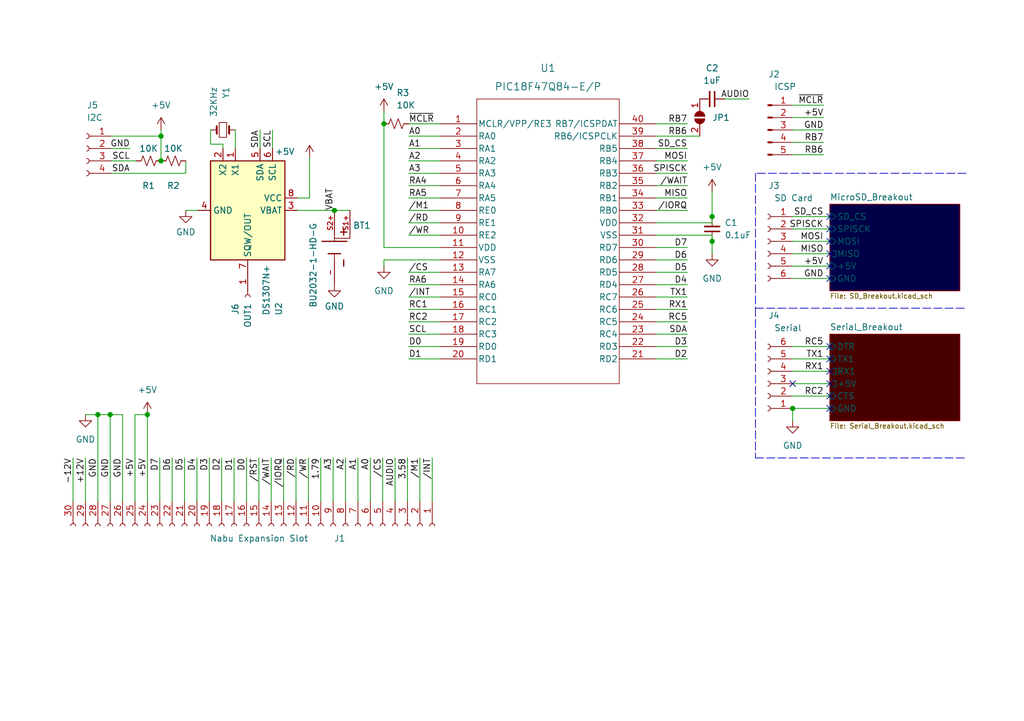
<source format=kicad_sch>
(kicad_sch (version 20211123) (generator eeschema)
  (paper "A5")
  (title_block (title "SD Card Expansion & More! for NABU") (date "2023-04-25") (rev "1.1"))
  (lib_symbols
    (symbol "Connector:Conn_01x01_Female" (pin_names (offset 1.016) hide)
      (property "Reference" "J" (at 0 2.54 0))
      (property "Value" "Conn_01x01_Female" (at 0 -2.54 0))
      (symbol "Conn_01x01_Female_1_1"
        (polyline (pts (xy -1.27 0) (xy -0.508 0)) (stroke (width 0.1524)))
        (arc (start 0 0.508) (mid -0.508 0) (end 0 -0.508) (stroke (width 0.1524)))
        (pin passive line (at -5.08 0 0) (length 3.81) (name "Pin_1") (number "1"))
      )
    )
    (symbol "Connector:Conn_01x04_Female" (pin_names (offset 1.016) hide)
      (property "Reference" "J" (at 0 5.08 0))
      (property "Value" "Conn_01x04_Female" (at 0 -7.62 0))
      (symbol "Conn_01x04_Female_1_1"
        (arc (start 0 -4.572) (mid -0.508 -5.08) (end 0 -5.588) (stroke (width 0.1524)))
        (arc (start 0 -2.032) (mid -0.508 -2.54) (end 0 -3.048) (stroke (width 0.1524)))
        (polyline (pts (xy -1.27 -5.08) (xy -0.508 -5.08)) (stroke (width 0.1524)))
        (polyline (pts (xy -1.27 -2.54) (xy -0.508 -2.54)) (stroke (width 0.1524)))
        (polyline (pts (xy -1.27 0) (xy -0.508 0)) (stroke (width 0.1524)))
        (polyline (pts (xy -1.27 2.54) (xy -0.508 2.54)) (stroke (width 0.1524)))
        (arc (start 0 0.508) (mid -0.508 0) (end 0 -0.508) (stroke (width 0.1524)))
        (arc (start 0 3.048) (mid -0.508 2.54) (end 0 2.032) (stroke (width 0.1524)))
        (pin passive line (at -5.08 2.54 0) (length 3.81) (name "Pin_1") (number "1"))
        (pin passive line (at -5.08 0 0) (length 3.81) (name "Pin_2") (number "2"))
        (pin passive line (at -5.08 -2.54 0) (length 3.81) (name "Pin_3") (number "3"))
        (pin passive line (at -5.08 -5.08 0) (length 3.81) (name "Pin_4") (number "4"))
      )
    )
    (symbol "Connector:Conn_01x05_Male" (pin_names (offset 1.016) hide)
      (property "Reference" "J" (at 0 7.62 0))
      (property "Value" "Conn_01x05_Male" (at 0 -7.62 0))
      (symbol "Conn_01x05_Male_1_1"
        (polyline (pts (xy 1.27 -5.08) (xy 0.8636 -5.08)) (stroke (width 0.1524)))
        (polyline (pts (xy 1.27 -2.54) (xy 0.8636 -2.54)) (stroke (width 0.1524)))
        (polyline (pts (xy 1.27 0) (xy 0.8636 0)) (stroke (width 0.1524)))
        (polyline (pts (xy 1.27 2.54) (xy 0.8636 2.54)) (stroke (width 0.1524)))
        (polyline (pts (xy 1.27 5.08) (xy 0.8636 5.08)) (stroke (width 0.1524)))
        (rectangle (start 0.8636 -4.953) (end 0 -5.207) (stroke (width 0.1524)) (fill (type outline)))
        (rectangle (start 0.8636 -2.413) (end 0 -2.667) (stroke (width 0.1524)) (fill (type outline)))
        (rectangle (start 0.8636 0.127) (end 0 -0.127) (stroke (width 0.1524)) (fill (type outline)))
        (rectangle (start 0.8636 2.667) (end 0 2.413) (stroke (width 0.1524)) (fill (type outline)))
        (rectangle (start 0.8636 5.207) (end 0 4.953) (stroke (width 0.1524)) (fill (type outline)))
        (pin passive line (at 5.08 5.08 180) (length 3.81) (name "Pin_1") (number "1"))
        (pin passive line (at 5.08 2.54 180) (length 3.81) (name "Pin_2") (number "2"))
        (pin passive line (at 5.08 0 180) (length 3.81) (name "Pin_3") (number "3"))
        (pin passive line (at 5.08 -2.54 180) (length 3.81) (name "Pin_4") (number "4"))
        (pin passive line (at 5.08 -5.08 180) (length 3.81) (name "Pin_5") (number "5"))
      )
    )
    (symbol "Connector:Conn_01x06_Female" (pin_names (offset 1.016) hide)
      (property "Reference" "J" (at 0 7.62 0))
      (property "Value" "Conn_01x06_Female" (at 0 -10.16 0))
      (symbol "Conn_01x06_Female_1_1"
        (arc (start 0 -7.112) (mid -0.508 -7.62) (end 0 -8.128) (stroke (width 0.1524)))
        (arc (start 0 -4.572) (mid -0.508 -5.08) (end 0 -5.588) (stroke (width 0.1524)))
        (arc (start 0 -2.032) (mid -0.508 -2.54) (end 0 -3.048) (stroke (width 0.1524)))
        (polyline (pts (xy -1.27 -7.62) (xy -0.508 -7.62)) (stroke (width 0.1524)))
        (polyline (pts (xy -1.27 -5.08) (xy -0.508 -5.08)) (stroke (width 0.1524)))
        (polyline (pts (xy -1.27 -2.54) (xy -0.508 -2.54)) (stroke (width 0.1524)))
        (polyline (pts (xy -1.27 0) (xy -0.508 0)) (stroke (width 0.1524)))
        (polyline (pts (xy -1.27 2.54) (xy -0.508 2.54)) (stroke (width 0.1524)))
        (polyline (pts (xy -1.27 5.08) (xy -0.508 5.08)) (stroke (width 0.1524)))
        (arc (start 0 0.508) (mid -0.508 0) (end 0 -0.508) (stroke (width 0.1524)))
        (arc (start 0 3.048) (mid -0.508 2.54) (end 0 2.032) (stroke (width 0.1524)))
        (arc (start 0 5.588) (mid -0.508 5.08) (end 0 4.572) (stroke (width 0.1524)))
        (pin passive line (at -5.08 5.08 0) (length 3.81) (name "Pin_1") (number "1"))
        (pin passive line (at -5.08 2.54 0) (length 3.81) (name "Pin_2") (number "2"))
        (pin passive line (at -5.08 0 0) (length 3.81) (name "Pin_3") (number "3"))
        (pin passive line (at -5.08 -2.54 0) (length 3.81) (name "Pin_4") (number "4"))
        (pin passive line (at -5.08 -5.08 0) (length 3.81) (name "Pin_5") (number "5"))
        (pin passive line (at -5.08 -7.62 0) (length 3.81) (name "Pin_6") (number "6"))
      )
    )
    (symbol "Connector:Conn_01x30_Female" (pin_names (offset 1.016) hide)
      (property "Reference" "J" (at 0 38.1 0))
      (property "Value" "Conn_01x30_Female" (at 0 -40.64 0))
      (symbol "Conn_01x30_Female_1_1"
        (arc (start 0 -37.592) (mid -0.508 -38.1) (end 0 -38.608) (stroke (width 0.1524)))
        (arc (start 0 -35.052) (mid -0.508 -35.56) (end 0 -36.068) (stroke (width 0.1524)))
        (arc (start 0 -32.512) (mid -0.508 -33.02) (end 0 -33.528) (stroke (width 0.1524)))
        (arc (start 0 -29.972) (mid -0.508 -30.48) (end 0 -30.988) (stroke (width 0.1524)))
        (arc (start 0 -27.432) (mid -0.508 -27.94) (end 0 -28.448) (stroke (width 0.1524)))
        (arc (start 0 -24.892) (mid -0.508 -25.4) (end 0 -25.908) (stroke (width 0.1524)))
        (arc (start 0 -22.352) (mid -0.508 -22.86) (end 0 -23.368) (stroke (width 0.1524)))
        (arc (start 0 -19.812) (mid -0.508 -20.32) (end 0 -20.828) (stroke (width 0.1524)))
        (arc (start 0 -17.272) (mid -0.508 -17.78) (end 0 -18.288) (stroke (width 0.1524)))
        (arc (start 0 -14.732) (mid -0.508 -15.24) (end 0 -15.748) (stroke (width 0.1524)))
        (arc (start 0 -12.192) (mid -0.508 -12.7) (end 0 -13.208) (stroke (width 0.1524)))
        (arc (start 0 -9.652) (mid -0.508 -10.16) (end 0 -10.668) (stroke (width 0.1524)))
        (arc (start 0 -7.112) (mid -0.508 -7.62) (end 0 -8.128) (stroke (width 0.1524)))
        (arc (start 0 -4.572) (mid -0.508 -5.08) (end 0 -5.588) (stroke (width 0.1524)))
        (arc (start 0 -2.032) (mid -0.508 -2.54) (end 0 -3.048) (stroke (width 0.1524)))
        (polyline (pts (xy -1.27 -38.1) (xy -0.508 -38.1)) (stroke (width 0.1524)))
        (polyline (pts (xy -1.27 -35.56) (xy -0.508 -35.56)) (stroke (width 0.1524)))
        (polyline (pts (xy -1.27 -33.02) (xy -0.508 -33.02)) (stroke (width 0.1524)))
        (polyline (pts (xy -1.27 -30.48) (xy -0.508 -30.48)) (stroke (width 0.1524)))
        (polyline (pts (xy -1.27 -27.94) (xy -0.508 -27.94)) (stroke (width 0.1524)))
        (polyline (pts (xy -1.27 -25.4) (xy -0.508 -25.4)) (stroke (width 0.1524)))
        (polyline (pts (xy -1.27 -22.86) (xy -0.508 -22.86)) (stroke (width 0.1524)))
        (polyline (pts (xy -1.27 -20.32) (xy -0.508 -20.32)) (stroke (width 0.1524)))
        (polyline (pts (xy -1.27 -17.78) (xy -0.508 -17.78)) (stroke (width 0.1524)))
        (polyline (pts (xy -1.27 -15.24) (xy -0.508 -15.24)) (stroke (width 0.1524)))
        (polyline (pts (xy -1.27 -12.7) (xy -0.508 -12.7)) (stroke (width 0.1524)))
        (polyline (pts (xy -1.27 -10.16) (xy -0.508 -10.16)) (stroke (width 0.1524)))
        (polyline (pts (xy -1.27 -7.62) (xy -0.508 -7.62)) (stroke (width 0.1524)))
        (polyline (pts (xy -1.27 -5.08) (xy -0.508 -5.08)) (stroke (width 0.1524)))
        (polyline (pts (xy -1.27 -2.54) (xy -0.508 -2.54)) (stroke (width 0.1524)))
        (polyline (pts (xy -1.27 0) (xy -0.508 0)) (stroke (width 0.1524)))
        (polyline (pts (xy -1.27 2.54) (xy -0.508 2.54)) (stroke (width 0.1524)))
        (polyline (pts (xy -1.27 5.08) (xy -0.508 5.08)) (stroke (width 0.1524)))
        (polyline (pts (xy -1.27 7.62) (xy -0.508 7.62)) (stroke (width 0.1524)))
        (polyline (pts (xy -1.27 10.16) (xy -0.508 10.16)) (stroke (width 0.1524)))
        (polyline (pts (xy -1.27 12.7) (xy -0.508 12.7)) (stroke (width 0.1524)))
        (polyline (pts (xy -1.27 15.24) (xy -0.508 15.24)) (stroke (width 0.1524)))
        (polyline (pts (xy -1.27 17.78) (xy -0.508 17.78)) (stroke (width 0.1524)))
        (polyline (pts (xy -1.27 20.32) (xy -0.508 20.32)) (stroke (width 0.1524)))
        (polyline (pts (xy -1.27 22.86) (xy -0.508 22.86)) (stroke (width 0.1524)))
        (polyline (pts (xy -1.27 25.4) (xy -0.508 25.4)) (stroke (width 0.1524)))
        (polyline (pts (xy -1.27 27.94) (xy -0.508 27.94)) (stroke (width 0.1524)))
        (polyline (pts (xy -1.27 30.48) (xy -0.508 30.48)) (stroke (width 0.1524)))
        (polyline (pts (xy -1.27 33.02) (xy -0.508 33.02)) (stroke (width 0.1524)))
        (polyline (pts (xy -1.27 35.56) (xy -0.508 35.56)) (stroke (width 0.1524)))
        (arc (start 0 0.508) (mid -0.508 0) (end 0 -0.508) (stroke (width 0.1524)))
        (arc (start 0 3.048) (mid -0.508 2.54) (end 0 2.032) (stroke (width 0.1524)))
        (arc (start 0 5.588) (mid -0.508 5.08) (end 0 4.572) (stroke (width 0.1524)))
        (arc (start 0 8.128) (mid -0.508 7.62) (end 0 7.112) (stroke (width 0.1524)))
        (arc (start 0 10.668) (mid -0.508 10.16) (end 0 9.652) (stroke (width 0.1524)))
        (arc (start 0 13.208) (mid -0.508 12.7) (end 0 12.192) (stroke (width 0.1524)))
        (arc (start 0 15.748) (mid -0.508 15.24) (end 0 14.732) (stroke (width 0.1524)))
        (arc (start 0 18.288) (mid -0.508 17.78) (end 0 17.272) (stroke (width 0.1524)))
        (arc (start 0 20.828) (mid -0.508 20.32) (end 0 19.812) (stroke (width 0.1524)))
        (arc (start 0 23.368) (mid -0.508 22.86) (end 0 22.352) (stroke (width 0.1524)))
        (arc (start 0 25.908) (mid -0.508 25.4) (end 0 24.892) (stroke (width 0.1524)))
        (arc (start 0 28.448) (mid -0.508 27.94) (end 0 27.432) (stroke (width 0.1524)))
        (arc (start 0 30.988) (mid -0.508 30.48) (end 0 29.972) (stroke (width 0.1524)))
        (arc (start 0 33.528) (mid -0.508 33.02) (end 0 32.512) (stroke (width 0.1524)))
        (arc (start 0 36.068) (mid -0.508 35.56) (end 0 35.052) (stroke (width 0.1524)))
        (pin passive line (at -5.08 35.56 0) (length 3.81) (name "Pin_1") (number "1"))
        (pin passive line (at -5.08 12.7 0) (length 3.81) (name "Pin_10") (number "10"))
        (pin passive line (at -5.08 10.16 0) (length 3.81) (name "Pin_11") (number "11"))
        (pin passive line (at -5.08 7.62 0) (length 3.81) (name "Pin_12") (number "12"))
        (pin passive line (at -5.08 5.08 0) (length 3.81) (name "Pin_13") (number "13"))
        (pin passive line (at -5.08 2.54 0) (length 3.81) (name "Pin_14") (number "14"))
        (pin passive line (at -5.08 0 0) (length 3.81) (name "Pin_15") (number "15"))
        (pin passive line (at -5.08 -2.54 0) (length 3.81) (name "Pin_16") (number "16"))
        (pin passive line (at -5.08 -5.08 0) (length 3.81) (name "Pin_17") (number "17"))
        (pin passive line (at -5.08 -7.62 0) (length 3.81) (name "Pin_18") (number "18"))
        (pin passive line (at -5.08 -10.16 0) (length 3.81) (name "Pin_19") (number "19"))
        (pin passive line (at -5.08 33.02 0) (length 3.81) (name "Pin_2") (number "2"))
        (pin passive line (at -5.08 -12.7 0) (length 3.81) (name "Pin_20") (number "20"))
        (pin passive line (at -5.08 -15.24 0) (length 3.81) (name "Pin_21") (number "21"))
        (pin passive line (at -5.08 -17.78 0) (length 3.81) (name "Pin_22") (number "22"))
        (pin passive line (at -5.08 -20.32 0) (length 3.81) (name "Pin_23") (number "23"))
        (pin passive line (at -5.08 -22.86 0) (length 3.81) (name "Pin_24") (number "24"))
        (pin passive line (at -5.08 -25.4 0) (length 3.81) (name "Pin_25") (number "25"))
        (pin passive line (at -5.08 -27.94 0) (length 3.81) (name "Pin_26") (number "26"))
        (pin passive line (at -5.08 -30.48 0) (length 3.81) (name "Pin_27") (number "27"))
        (pin passive line (at -5.08 -33.02 0) (length 3.81) (name "Pin_28") (number "28"))
        (pin passive line (at -5.08 -35.56 0) (length 3.81) (name "Pin_29") (number "29"))
        (pin passive line (at -5.08 30.48 0) (length 3.81) (name "Pin_3") (number "3"))
        (pin passive line (at -5.08 -38.1 0) (length 3.81) (name "Pin_30") (number "30"))
        (pin passive line (at -5.08 27.94 0) (length 3.81) (name "Pin_4") (number "4"))
        (pin passive line (at -5.08 25.4 0) (length 3.81) (name "Pin_5") (number "5"))
        (pin passive line (at -5.08 22.86 0) (length 3.81) (name "Pin_6") (number "6"))
        (pin passive line (at -5.08 20.32 0) (length 3.81) (name "Pin_7") (number "7"))
        (pin passive line (at -5.08 17.78 0) (length 3.81) (name "Pin_8") (number "8"))
        (pin passive line (at -5.08 15.24 0) (length 3.81) (name "Pin_9") (number "9"))
      )
    )
    (symbol "Device:C_Small" (pin_numbers hide) (pin_names (offset 0.254) hide)
      (property "Reference" "C" (at 0.254 1.778 0))
      (property "Value" "C_Small" (at 0.254 -2.032 0))
      (symbol "C_Small_0_1"
        (polyline (pts (xy -1.524 -0.508) (xy 1.524 -0.508)) (stroke (width 0.3302)))
        (polyline (pts (xy -1.524 0.508) (xy 1.524 0.508)) (stroke (width 0.3048)))
      )
      (symbol "C_Small_1_1"
        (pin passive line (at 0 2.54 270) (length 2.032) (name "~") (number "1"))
        (pin passive line (at 0 -2.54 90) (length 2.032) (name "~") (number "2"))
      )
    )
    (symbol "Device:Crystal_Small" (pin_numbers hide) (pin_names (offset 1.016) hide)
      (property "Reference" "Y" (at 0 2.54 0))
      (property "Value" "Crystal_Small" (at 0 -2.54 0))
      (symbol "Crystal_Small_0_1"
        (rectangle (start -0.762 -1.524) (end 0.762 1.524))
        (polyline (pts (xy -1.27 -0.762) (xy -1.27 0.762)) (stroke (width 0.381)))
        (polyline (pts (xy 1.27 -0.762) (xy 1.27 0.762)) (stroke (width 0.381)))
      )
      (symbol "Crystal_Small_1_1"
        (pin passive line (at -2.54 0 0) (length 1.27) (name "1") (number "1"))
        (pin passive line (at 2.54 0 180) (length 1.27) (name "2") (number "2"))
      )
    )
    (symbol "Device:R_Small_US" (pin_numbers hide) (pin_names (offset 0.254) hide)
      (property "Reference" "R" (at 0.762 0.508 0))
      (property "Value" "R_Small_US" (at 0.762 -1.016 0))
      (symbol "R_Small_US_1_1"
        (polyline (pts (xy 0 0) (xy 1.016 -0.381) (xy 0 -0.762) (xy -1.016 -1.143) (xy 0 -1.524)))
        (polyline (pts (xy 0 1.524) (xy 1.016 1.143) (xy 0 0.762) (xy -1.016 0.381) (xy 0 0)))
        (pin passive line (at 0 2.54 270) (length 1.016) (name "~") (number "1"))
        (pin passive line (at 0 -2.54 90) (length 1.016) (name "~") (number "2"))
      )
    )
    (symbol "Jumper:SolderJumper_2_Open" (pin_names (offset 0) hide)
      (property "Reference" "JP" (at 0 2.032 0))
      (property "Value" "SolderJumper_2_Open" (at 0 -2.54 0))
      (symbol "SolderJumper_2_Open_0_1"
        (arc (start -0.254 1.016) (mid -1.27 0) (end -0.254 -1.016))
        (arc (start -0.254 1.016) (mid -1.27 0) (end -0.254 -1.016) (fill (type outline)))
        (polyline (pts (xy -0.254 1.016) (xy -0.254 -1.016)))
        (polyline (pts (xy 0.254 1.016) (xy 0.254 -1.016)))
        (arc (start 0.254 -1.016) (mid 1.27 0) (end 0.254 1.016))
        (arc (start 0.254 -1.016) (mid 1.27 0) (end 0.254 1.016) (fill (type outline)))
      )
      (symbol "SolderJumper_2_Open_1_1"
        (pin passive line (at -3.81 0 0) (length 2.54) (name "A") (number "1"))
        (pin passive line (at 3.81 0 180) (length 2.54) (name "B") (number "2"))
      )
    )
    (symbol "Nabu-SD:BU2032-1" (pin_names (offset 1.016))
      (property "Reference" "BT?" (at -3.81 3.81 0))
      (property "Value" "BU2032-1" (at -3.81 -5.08 0))
      (symbol "BU2032-1_0_0"
        (polyline (pts (xy -3.81 1.905) (xy -2.54 1.905)) (stroke (width 0.254)))
        (polyline (pts (xy -3.175 2.54) (xy -3.175 1.27)) (stroke (width 0.254)))
        (polyline (pts (xy -1.27 0) (xy -2.54 0)) (stroke (width 0.1524)))
        (polyline (pts (xy -1.27 0) (xy -1.27 -2.54)) (stroke (width 0.254)))
        (polyline (pts (xy -1.27 2.54) (xy -1.27 0)) (stroke (width 0.254)))
        (polyline (pts (xy 1.27 0) (xy 1.27 -1.27)) (stroke (width 0.254)))
        (polyline (pts (xy 1.27 0) (xy 2.54 0)) (stroke (width 0.1524)))
        (polyline (pts (xy 1.27 1.27) (xy 1.27 0)) (stroke (width 0.254)))
        (polyline (pts (xy 2.54 1.905) (xy 3.81 1.905)) (stroke (width 0.254)))
        (pin passive line (at 7.62 0 180) (length 5.08) (name "~") (number "-"))
        (pin passive line (at -7.62 3.175 0) (length 5.08) (name "~") (number "S1+"))
        (pin passive line (at -7.62 0 0) (length 5.08) (name "~") (number "S2+"))
      )
      (symbol "BU2032-1_0_1"
        (polyline (pts (xy -2.54 3.175) (xy -1.905 3.175)))
        (polyline (pts (xy -1.905 3.175) (xy -1.905 0)))
      )
    )
    (symbol "Nabu-SD:PIC18F47Q84-E_P" (pin_names (offset 0.254))
      (property "Reference" "U1" (at 22.225 11.43 0))
      (property "Value" "PIC18F47Q84-E/P" (at 22.225 7.62 0))
      (symbol "PIC18F47Q84-E_P_0_1"
        (polyline (pts (xy 7.62 -53.34) (xy 36.83 -53.34)) (stroke (width 0.127)))
        (polyline (pts (xy 7.62 5.08) (xy 7.62 -53.34)) (stroke (width 0.127)))
        (polyline (pts (xy 36.83 -53.34) (xy 36.83 5.08)) (stroke (width 0.127)))
        (polyline (pts (xy 36.83 5.08) (xy 7.62 5.08)) (stroke (width 0.127)))
        (pin bidirectional line (at 0 0 0) (length 7.62) (name "MCLR/VPP/RE3") (number "1"))
        (pin bidirectional line (at 0 -22.86 0) (length 7.62) (name "RE2") (number "10"))
        (pin power_in line (at 0 -25.4 0) (length 7.62) (name "VDD") (number "11"))
        (pin power_out line (at 0 -27.94 0) (length 7.62) (name "VSS") (number "12"))
        (pin bidirectional line (at 0 -30.48 0) (length 7.62) (name "RA7") (number "13"))
        (pin bidirectional line (at 0 -33.02 0) (length 7.62) (name "RA6") (number "14"))
        (pin bidirectional line (at 0 -35.56 0) (length 7.62) (name "RC0") (number "15"))
        (pin bidirectional line (at 0 -38.1 0) (length 7.62) (name "RC1") (number "16"))
        (pin bidirectional line (at 0 -40.64 0) (length 7.62) (name "RC2") (number "17"))
        (pin bidirectional line (at 0 -43.18 0) (length 7.62) (name "RC3") (number "18"))
        (pin bidirectional line (at 0 -45.72 0) (length 7.62) (name "RD0") (number "19"))
        (pin bidirectional line (at 0 -2.54 0) (length 7.62) (name "RA0") (number "2"))
        (pin bidirectional line (at 0 -48.26 0) (length 7.62) (name "RD1") (number "20"))
        (pin bidirectional line (at 44.45 -48.26 180) (length 7.62) (name "RD2") (number "21"))
        (pin bidirectional line (at 44.45 -45.72 180) (length 7.62) (name "RD3") (number "22"))
        (pin bidirectional line (at 44.45 -43.18 180) (length 7.62) (name "RC4") (number "23"))
        (pin bidirectional line (at 44.45 -40.64 180) (length 7.62) (name "RC5") (number "24"))
        (pin bidirectional line (at 44.45 -38.1 180) (length 7.62) (name "RC6") (number "25"))
        (pin bidirectional line (at 44.45 -35.56 180) (length 7.62) (name "RC7") (number "26"))
        (pin bidirectional line (at 44.45 -33.02 180) (length 7.62) (name "RD4") (number "27"))
        (pin bidirectional line (at 44.45 -30.48 180) (length 7.62) (name "RD5") (number "28"))
        (pin bidirectional line (at 44.45 -27.94 180) (length 7.62) (name "RD6") (number "29"))
        (pin bidirectional line (at 0 -5.08 0) (length 7.62) (name "RA1") (number "3"))
        (pin bidirectional line (at 44.45 -25.4 180) (length 7.62) (name "RD7") (number "30"))
        (pin power_out line (at 44.45 -22.86 180) (length 7.62) (name "VSS") (number "31"))
        (pin power_in line (at 44.45 -20.32 180) (length 7.62) (name "VDD") (number "32"))
        (pin bidirectional line (at 44.45 -17.78 180) (length 7.62) (name "RB0") (number "33"))
        (pin bidirectional line (at 44.45 -15.24 180) (length 7.62) (name "RB1") (number "34"))
        (pin bidirectional line (at 44.45 -12.7 180) (length 7.62) (name "RB2") (number "35"))
        (pin bidirectional line (at 44.45 -10.16 180) (length 7.62) (name "RB3") (number "36"))
        (pin bidirectional line (at 44.45 -7.62 180) (length 7.62) (name "RB4") (number "37"))
        (pin bidirectional line (at 44.45 -5.08 180) (length 7.62) (name "RB5") (number "38"))
        (pin bidirectional line (at 44.45 -2.54 180) (length 7.62) (name "RB6/ICSPCLK") (number "39"))
        (pin bidirectional line (at 0 -7.62 0) (length 7.62) (name "RA2") (number "4"))
        (pin bidirectional line (at 44.45 0 180) (length 7.62) (name "RB7/ICSPDAT") (number "40"))
        (pin bidirectional line (at 0 -10.16 0) (length 7.62) (name "RA3") (number "5"))
        (pin bidirectional line (at 0 -12.7 0) (length 7.62) (name "RA4") (number "6"))
        (pin bidirectional line (at 0 -15.24 0) (length 7.62) (name "RA5") (number "7"))
        (pin bidirectional line (at 0 -17.78 0) (length 7.62) (name "RE0") (number "8"))
        (pin bidirectional line (at 0 -20.32 0) (length 7.62) (name "RE1") (number "9"))
      )
    )
    (symbol "Timer_RTC:DS1307N+"
      (property "Reference" "U" (at -8.89 8.89 0))
      (property "Value" "DS1307N+" (at 1.27 8.89 0))
      (symbol "DS1307N+_0_1"
        (rectangle (start -10.16 7.62) (end 10.16 -7.62) (stroke (width 0.254)) (fill (type background)))
      )
      (symbol "DS1307N+_1_1"
        (pin input line (at -12.7 -2.54 0) (length 2.54) (name "X1") (number "1"))
        (pin input line (at -12.7 -5.08 0) (length 2.54) (name "X2") (number "2"))
        (pin power_in line (at 0 10.16 270) (length 2.54) (name "VBAT") (number "3"))
        (pin power_in line (at 0 -10.16 90) (length 2.54) (name "GND") (number "4"))
        (pin bidirectional line (at -12.7 2.54 0) (length 2.54) (name "SDA") (number "5"))
        (pin input line (at -12.7 5.08 0) (length 2.54) (name "SCL") (number "6"))
        (pin open_collector line (at 12.7 0 180) (length 2.54) (name "SQW/OUT") (number "7"))
        (pin power_in line (at -2.54 10.16 270) (length 2.54) (name "VCC") (number "8"))
      )
    )
    (symbol "power:+5V" (power) (pin_names (offset 0))
      (property "Value" "+5V" (at 0 3.556 0))
      (symbol "+5V_0_1"
        (polyline (pts (xy -0.762 1.27) (xy 0 2.54)))
        (polyline (pts (xy 0 0) (xy 0 2.54)))
        (polyline (pts (xy 0 2.54) (xy 0.762 1.27)))
      )
      (symbol "+5V_1_1"
        (pin power_in line (at 0 0 90) (length 0) hide (name "+5V") (number "1"))
      )
    )
    (symbol "power:GND" (power) (pin_names (offset 0))
      (property "Value" "GND" (at 0 -3.81 0))
      (symbol "GND_0_1"
        (polyline (pts (xy 0 0) (xy 0 -1.27) (xy 1.27 -1.27) (xy 0 -2.54) (xy -1.27 -1.27) (xy 0 -1.27)))
      )
      (symbol "GND_1_1"
        (pin power_in line (at 0 0 270) (length 0) hide (name "GND") (number "1"))
      )
    )
  )
  (junction (at 146.05 44.45))
  (junction (at 68.58 43.18))
  (junction (at 20.066 85.09))
  (junction (at 78.74 25.4))
  (junction (at 33.02 27.94))
  (junction (at 162.56 83.82))
  (junction (at 22.606 85.09))
  (junction (at 146.05 49.53))
  (junction (at 30.226 85.09))
  (junction (at 33.02 33.02))
  (no_connect (at 170.18 73.66))
  (no_connect (at 170.18 49.53))
  (no_connect (at 170.18 78.74))
  (no_connect (at 170.18 54.61))
  (no_connect (at 162.56 78.74))
  (no_connect (at 170.18 52.07))
  (no_connect (at 170.18 76.2))
  (no_connect (at 170.18 44.45))
  (no_connect (at 170.18 71.12))
  (no_connect (at 170.18 57.15))
  (no_connect (at 170.18 46.99))
  (no_connect (at 170.18 81.28))
  (no_connect (at 170.18 83.82))
  (wire (pts (xy 20.066 85.09) (xy 17.526 85.09)))
  (wire (pts (xy 22.86 27.94) (xy 33.02 27.94)))
  (wire (pts (xy 40.64 43.18) (xy 38.1 43.18)))
  (wire (pts (xy 27.686 102.87) (xy 27.686 85.09)))
  (wire (pts (xy 50.546 102.87) (xy 50.546 93.98)))
  (wire (pts (xy 134.62 66.04) (xy 140.97 66.04)))
  (wire (pts (xy 83.82 43.18) (xy 90.17 43.18)))
  (wire (pts (xy 134.62 27.94) (xy 143.51 27.94)))
  (wire (pts (xy 86.106 102.87) (xy 86.106 93.98)))
  (wire (pts (xy 162.56 54.61) (xy 170.18 54.61)))
  (wire (pts (xy 68.326 102.87) (xy 68.326 93.98)))
  (wire (pts (xy 63.5 40.64) (xy 63.5 32.385)))
  (wire (pts (xy 22.606 102.87) (xy 22.606 85.09)))
  (wire (pts (xy 134.62 58.42) (xy 140.97 58.42)))
  (wire (pts (xy 146.05 44.45) (xy 146.05 45.72)))
  (wire (pts (xy 60.96 40.64) (xy 63.5 40.64)))
  (wire (pts (xy 83.82 58.42) (xy 90.17 58.42)))
  (wire (pts (xy 78.74 50.8) (xy 78.74 25.4)))
  (wire (pts (xy 45.72 30.48) (xy 45.72 29.591)))
  (wire (pts (xy 58.166 102.87) (xy 58.166 93.98)))
  (wire (pts (xy 83.82 63.5) (xy 90.17 63.5)))
  (wire (pts (xy 134.62 63.5) (xy 140.97 63.5)))
  (wire (pts (xy 48.006 102.87) (xy 48.006 93.98)))
  (wire (pts (xy 78.486 102.87) (xy 78.486 93.98)))
  (wire (pts (xy 35.306 102.87) (xy 35.306 93.98)))
  (wire (pts (xy 33.02 26.67) (xy 33.02 27.94)))
  (wire (pts (xy 162.56 86.36) (xy 162.56 83.82)))
  (wire (pts (xy 162.56 31.75) (xy 168.91 31.75)))
  (wire (pts (xy 83.82 35.56) (xy 90.17 35.56)))
  (wire (pts (xy 20.066 102.87) (xy 20.066 85.09)))
  (wire (pts (xy 83.82 68.58) (xy 90.17 68.58)))
  (wire (pts (xy 162.56 21.59) (xy 168.91 21.59)))
  (wire (pts (xy 22.86 30.48) (xy 26.67 30.48)))
  (wire (pts (xy 134.62 50.8) (xy 140.97 50.8)))
  (wire (pts (xy 83.82 25.4) (xy 90.17 25.4)))
  (polyline (pts (xy 154.94 63.246) (xy 154.94 93.98)))
  (wire (pts (xy 55.626 102.87) (xy 55.626 93.98)))
  (wire (pts (xy 134.62 33.02) (xy 140.97 33.02)))
  (wire (pts (xy 134.62 55.88) (xy 140.97 55.88)))
  (wire (pts (xy 134.62 48.26) (xy 146.05 48.26)))
  (wire (pts (xy 71.755 43.18) (xy 68.58 43.18)))
  (wire (pts (xy 162.56 83.82) (xy 170.18 83.82)))
  (wire (pts (xy 53.34 26.67) (xy 53.34 30.48)))
  (wire (pts (xy 162.56 46.99) (xy 170.18 46.99)))
  (wire (pts (xy 162.56 44.45) (xy 170.18 44.45)))
  (wire (pts (xy 134.62 40.64) (xy 140.97 40.64)))
  (wire (pts (xy 162.56 73.66) (xy 170.18 73.66)))
  (wire (pts (xy 83.566 102.87) (xy 83.566 93.98)))
  (wire (pts (xy 88.646 102.87) (xy 88.646 93.98)))
  (wire (pts (xy 162.56 81.28) (xy 170.18 81.28)))
  (wire (pts (xy 148.59 20.32) (xy 153.67 20.32)))
  (wire (pts (xy 90.17 53.34) (xy 78.74 53.34)))
  (wire (pts (xy 162.56 29.21) (xy 168.91 29.21)))
  (polyline (pts (xy 154.94 63.246) (xy 198.12 63.246)))
  (wire (pts (xy 83.82 27.94) (xy 90.17 27.94)))
  (wire (pts (xy 162.56 26.67) (xy 168.91 26.67)))
  (polyline (pts (xy 154.94 93.98) (xy 198.12 93.98)))
  (wire (pts (xy 146.05 48.26) (xy 146.05 49.53)))
  (wire (pts (xy 22.606 85.09) (xy 20.066 85.09)))
  (wire (pts (xy 60.706 102.87) (xy 60.706 93.98)))
  (wire (pts (xy 48.26 26.67) (xy 48.26 30.48)))
  (wire (pts (xy 134.62 35.56) (xy 140.97 35.56)))
  (wire (pts (xy 14.986 102.87) (xy 14.986 93.98)))
  (wire (pts (xy 90.17 50.8) (xy 78.74 50.8)))
  (wire (pts (xy 40.386 102.87) (xy 40.386 93.98)))
  (wire (pts (xy 83.82 73.66) (xy 90.17 73.66)))
  (wire (pts (xy 162.56 76.2) (xy 170.18 76.2)))
  (wire (pts (xy 63.246 102.87) (xy 63.246 93.98)))
  (wire (pts (xy 162.56 24.13) (xy 168.91 24.13)))
  (wire (pts (xy 37.846 102.87) (xy 37.846 93.98)))
  (wire (pts (xy 162.56 78.74) (xy 170.18 78.74)))
  (wire (pts (xy 162.56 49.53) (xy 170.18 49.53)))
  (wire (pts (xy 83.82 38.1) (xy 90.17 38.1)))
  (wire (pts (xy 30.226 85.09) (xy 27.686 85.09)))
  (wire (pts (xy 75.946 102.87) (xy 75.946 93.98)))
  (wire (pts (xy 162.56 57.15) (xy 170.18 57.15)))
  (wire (pts (xy 83.82 40.64) (xy 90.17 40.64)))
  (wire (pts (xy 32.766 102.87) (xy 32.766 93.98)))
  (wire (pts (xy 65.786 102.87) (xy 65.786 93.98)))
  (wire (pts (xy 83.82 66.04) (xy 90.17 66.04)))
  (wire (pts (xy 25.146 102.87) (xy 25.146 85.09)))
  (wire (pts (xy 162.56 71.12) (xy 170.18 71.12)))
  (wire (pts (xy 70.866 102.87) (xy 70.866 93.98)))
  (wire (pts (xy 81.026 102.87) (xy 81.026 93.98)))
  (wire (pts (xy 83.82 33.02) (xy 90.17 33.02)))
  (wire (pts (xy 134.62 38.1) (xy 140.97 38.1)))
  (wire (pts (xy 146.05 49.53) (xy 146.05 52.07)))
  (wire (pts (xy 162.56 52.07) (xy 170.18 52.07)))
  (wire (pts (xy 134.62 60.96) (xy 140.97 60.96)))
  (wire (pts (xy 78.74 53.34) (xy 78.74 54.61)))
  (wire (pts (xy 134.62 71.12) (xy 140.97 71.12)))
  (wire (pts (xy 134.62 53.34) (xy 140.97 53.34)))
  (wire (pts (xy 17.526 102.87) (xy 17.526 93.98)))
  (wire (pts (xy 73.406 102.87) (xy 73.406 93.98)))
  (wire (pts (xy 83.82 45.72) (xy 90.17 45.72)))
  (wire (pts (xy 83.82 60.96) (xy 90.17 60.96)))
  (wire (pts (xy 83.82 55.88) (xy 90.17 55.88)))
  (wire (pts (xy 134.62 73.66) (xy 140.97 73.66)))
  (wire (pts (xy 30.226 102.87) (xy 30.226 85.09)))
  (wire (pts (xy 55.88 26.67) (xy 55.88 30.48)))
  (wire (pts (xy 42.926 102.87) (xy 42.926 93.98)))
  (wire (pts (xy 83.82 48.26) (xy 90.17 48.26)))
  (wire (pts (xy 134.62 45.72) (xy 146.05 45.72)))
  (wire (pts (xy 22.86 35.56) (xy 38.1 35.56)))
  (wire (pts (xy 78.74 22.86) (xy 78.74 25.4)))
  (wire (pts (xy 38.1 33.02) (xy 38.1 35.56)))
  (wire (pts (xy 22.86 33.02) (xy 27.94 33.02)))
  (polyline (pts (xy 198.12 35.56) (xy 154.94 35.56)))
  (polyline (pts (xy 154.94 35.56) (xy 154.94 63.246)))
  (wire (pts (xy 60.96 43.18) (xy 68.58 43.18)))
  (wire (pts (xy 134.62 25.4) (xy 140.97 25.4)))
  (wire (pts (xy 45.466 102.87) (xy 45.466 93.98)))
  (wire (pts (xy 53.086 102.87) (xy 53.086 93.98)))
  (wire (pts (xy 83.82 71.12) (xy 90.17 71.12)))
  (wire (pts (xy 134.62 43.18) (xy 140.97 43.18)))
  (wire (pts (xy 43.18 29.591) (xy 43.18 26.67)))
  (wire (pts (xy 146.05 39.37) (xy 146.05 44.45)))
  (wire (pts (xy 134.62 30.48) (xy 140.97 30.48)))
  (wire (pts (xy 25.146 85.09) (xy 22.606 85.09)))
  (wire (pts (xy 83.82 30.48) (xy 90.17 30.48)))
  (wire (pts (xy 45.72 29.591) (xy 43.18 29.591)))
  (wire (pts (xy 134.62 68.58) (xy 140.97 68.58)))
  (wire (pts (xy 33.02 27.94) (xy 33.02 33.02)))
  (label "{slash}INT" (at 83.82 60.96 0))
  (label "RB6" (at 140.97 27.94 180))
  (label "SDA" (at 140.97 68.58 180))
  (label "SCL" (at 26.67 33.02 180))
  (label "RC2" (at 168.91 81.28 180))
  (label "+12V" (at 17.526 93.98 270))
  (label "{slash}IORQ" (at 140.97 43.18 180))
  (label "RC1" (at 83.82 63.5 0))
  (label "A1" (at 83.82 30.48 0))
  (label "{slash}WAIT" (at 140.97 38.1 180))
  (label "D3" (at 42.926 93.98 270))
  (label "GND" (at 20.066 93.98 270))
  (label "MISO" (at 168.91 52.07 180))
  (label "RC5" (at 140.97 66.04 180))
  (label "1.79" (at 65.786 93.98 270))
  (label "-12V" (at 14.986 93.98 270))
  (label "AUDIO" (at 153.67 20.32 180))
  (label "~{MCLR}" (at 168.91 21.59 180))
  (label "D5" (at 140.97 55.88 180))
  (label "TX1" (at 168.91 73.66 180))
  (label "{slash}WAIT" (at 55.626 93.98 270))
  (label "GND" (at 22.606 93.98 270))
  (label "D4" (at 140.97 58.42 180))
  (label "RX1" (at 140.97 63.5 180))
  (label "D5" (at 37.846 93.98 270))
  (label "SPISCK" (at 140.97 35.56 180))
  (label "RB7" (at 168.91 29.21 180))
  (label "SD_CS" (at 140.97 30.48 180))
  (label "A3" (at 83.82 35.56 0))
  (label "A2" (at 83.82 33.02 0))
  (label "~{MCLR}" (at 83.82 25.4 0))
  (label "SDA" (at 26.67 35.56 180))
  (label "A0" (at 75.946 93.98 270))
  (label "SD_CS" (at 168.91 44.45 180))
  (label "{slash}WR" (at 63.246 93.98 270))
  (label "D6" (at 35.306 93.98 270))
  (label "{slash}RD" (at 83.82 45.72 0))
  (label "{slash}IORQ" (at 58.166 93.98 270))
  (label "RC5" (at 168.91 71.12 180))
  (label "GND" (at 26.67 30.48 180))
  (label "SCL" (at 55.88 26.67 270))
  (label "AUDIO" (at 81.026 93.98 270))
  (label "{slash}M1" (at 83.82 43.18 0))
  (label "D7" (at 140.97 50.8 180))
  (label "SDA" (at 53.34 26.67 270))
  (label "+5V" (at 27.686 93.98 270))
  (label "RB7" (at 140.97 25.4 180))
  (label "D3" (at 140.97 71.12 180))
  (label "A3" (at 68.326 93.98 270))
  (label "SPISCK" (at 168.91 46.99 180))
  (label "GND" (at 168.91 57.15 180))
  (label "D2" (at 45.466 93.98 270))
  (label "+5V" (at 30.226 93.98 270))
  (label "VBAT" (at 68.58 43.18 90))
  (label "MISO" (at 140.97 40.64 180))
  (label "+5V" (at 168.91 24.13 180))
  (label "MOSI" (at 140.97 33.02 180))
  (label "RC2" (at 83.82 66.04 0))
  (label "RA4" (at 83.82 38.1 0))
  (label "D4" (at 40.386 93.98 270))
  (label "RX1" (at 168.91 76.2 180))
  (label "GND" (at 168.91 26.67 180))
  (label "D0" (at 83.82 71.12 0))
  (label "RA5" (at 83.82 40.64 0))
  (label "{slash}RD" (at 60.706 93.98 270))
  (label "{slash}RST" (at 53.086 93.98 270))
  (label "3.58" (at 83.566 93.98 270))
  (label "A0" (at 83.82 27.94 0))
  (label "A2" (at 70.866 93.98 270))
  (label "SCL" (at 83.82 68.58 0))
  (label "D1" (at 83.82 73.66 0))
  (label "+5V" (at 168.91 54.61 180))
  (label "D6" (at 140.97 53.34 180))
  (label "{slash}CS" (at 78.486 93.98 270))
  (label "GND" (at 25.146 93.98 270))
  (label "D2" (at 140.97 73.66 180))
  (label "RB6" (at 168.91 31.75 180))
  (label "{slash}CS" (at 83.82 55.88 0))
  (label "TX1" (at 140.97 60.96 180))
  (label "MOSI" (at 168.91 49.53 180))
  (label "D1" (at 48.006 93.98 270))
  (label "{slash}M1" (at 86.106 93.98 270))
  (label "{slash}WR" (at 83.82 48.26 0))
  (label "{slash}INT" (at 88.646 93.98 270))
  (label "D0" (at 50.546 93.98 270))
  (label "RA6" (at 83.82 58.42 0))
  (label "A1" (at 73.406 93.98 270))
  (label "D7" (at 32.766 93.98 270))
  (symbol (lib_id "power:GND") (at 78.74 54.61 0) (unit 1)
    (property "Reference" "#PWR07" (effects hide))
    (property "Value" "GND" (at 78.74 59.69 0))
  )
  (symbol (lib_id "Device:R_Small_US") (at 81.28 25.4 90) (unit 1)
    (property "Reference" "R3" (at 81.28 19.05 90) (effects (justify right)))
    (property "Value" "10K" (at 81.28 21.59 90) (effects (justify right)))
    (property "Footprint" "Resistor_SMD:R_0805_2012Metric_Pad1.20x1.40mm_HandSolder" (effects hide))
    (property "Datasheet" "https://industrial.panasonic.com/cdbs/www-data/pdf/RDA0000/AOA0000C304.pdf" (effects hide))
    (property "Description" "RES SMD 10K OHM 1% 1/8W 0805" (effects hide))
    (property "Digi-Key_PN" "P10.0KCCT-ND" (effects hide))
    (property "MPN" "ERJ-6ENF1002V" (effects hide))
    (property "Manufacturer" "Panasonic Electronic Components" (effects hide))
    (property "LCSC" "C169253" (effects hide))
  )
  (symbol (lib_id "power:GND") (at 162.56 86.36 0) (unit 1)
    (property "Reference" "#PWR011" (effects hide))
    (property "Value" "GND" (at 162.56 91.44 0))
  )
  (symbol (lib_id "Device:Crystal_Small") (at 45.72 26.67 0) (unit 1)
    (property "Reference" "Y1" (at 46.355 17.78 90) (effects (justify right)))
    (property "Value" "32KHz" (at 43.815 17.78 90) (effects (justify right)))
    (property "Footprint" "Nabu-SD:XTAL_ECS-.327-12.5-34B" (effects hide))
    (property "Datasheet" "https://ecsxtal.com/store/pdf/ECX-34RR.pdf" (effects hide))
    (property "Description" "32.768 kHz ±20ppm Crystal 12.5pF 40 kOhms 2-SMD, No Lead" (effects hide))
    (property "Digi-Key_PN" "XC2294CT-ND" (effects hide))
    (property "MPN" "ECS-.327-12.5-34RR-TR" (effects hide))
    (property "Manufacturer" "ECS Inc." (effects hide))
  )
  (symbol (lib_id "Nabu-SD:BU2032-1") (at 68.58 50.8 270) (unit 1)
    (property "Reference" "BT1" (at 72.39 46.99 90) (effects (justify left bottom)))
    (property "Value" "BU2032-1-HD-G" (at 63.5 45.72 0) (effects (justify left bottom)))
    (property "Footprint" "Nabu-SD:BAT_BU2032-1" (effects hide))
    (property "Datasheet" "https://www.memoryprotectiondevices.com/documents/catalogs/MPD-Battery-Holders.pdf" (effects hide))
    (property "Description" "BATT HLDR COIN 20MM 1 CEL PC PIN" (effects hide))
    (property "Digi-Key_PN" "BU2032-1-HD-G-ND" (effects hide))
    (property "MPN" "BU2032-1-HD-G" (effects hide))
    (property "Manufacturer" "MPD (Memory Protection Devices)" (effects hide))
  )
  (symbol (lib_id "Device:C_Small") (at 146.05 46.99 180) (unit 1)
    (property "Reference" "C1" (at 148.59 45.7135 0) (effects (justify right)))
    (property "Value" "0.1uF" (at 148.59 48.2535 0) (effects (justify right)))
    (property "Footprint" "Capacitor_SMD:C_0805_2012Metric_Pad1.18x1.45mm_HandSolder" (effects hide))
    (property "Datasheet" "https://source.z2data.com/2016/11/14/6/0/41/869/2403135/s_cl21b104kbfnnne.pdf" (effects hide))
    (property "Description" "CAP CER 0.1UF 50V X7R 0805" (effects hide))
    (property "Digi-Key_PN" "1276-1180-1-ND" (effects hide))
    (property "LCSC" "C136621" (effects hide))
    (property "MPN" "CL21B104KBFNNNE" (effects hide))
    (property "Manufacturer" "Samsung Electro-Mechanics" (effects hide))
  )
  (symbol (lib_id "power:+5V") (at 78.74 22.86 0) (unit 1)
    (property "Reference" "#PWR06" (effects hide))
    (property "Value" "+5V" (at 78.74 17.78 0))
  )
  (symbol (lib_id "Connector:Conn_01x06_Female") (at 157.48 49.53 0) (mirror y) (unit 1)
    (property "Reference" "J3" (at 158.75 38.1 0))
    (property "Value" "SD Card" (at 158.75 40.64 0) (effects (justify right)))
    (property "Footprint" "Connector_PinSocket_2.54mm:PinSocket_1x06_P2.54mm_Vertical" (effects hide))
    (property "Datasheet" "http://suddendocs.samtec.com/catalog_english/ssw_th.pdf" (effects hide))
    (property "LCSC" "C2932681" (effects hide))
    (property "Description" "CONN RCPT 6POS 0.1 TIN PCB R/A" (effects hide))
    (property "Digi-Key_PN" "SSW-106-02-TM-S-RA-ND" (effects hide))
    (property "MPN" "SSW-106-02-TM-S-RA" (effects hide))
    (property "Manufacturer" "Samtec Inc." (effects hide))
  )
  (symbol (lib_id "power:+5V") (at 63.5 32.385 0) (unit 1)
    (property "Reference" "#PWR03" (effects hide))
    (property "Value" "+5V" (at 58.42 31.115 0))
  )
  (symbol (lib_id "power:+5V") (at 30.226 85.09 0) (mirror y) (unit 1)
    (property "Reference" "#PWR01" (effects hide))
    (property "Value" "+5V" (at 30.226 80.01 0))
  )
  (symbol (lib_id "Connector:Conn_01x04_Female") (at 17.78 30.48 0) (mirror y) (unit 1)
    (property "Reference" "J5" (at 17.78 21.59 0) (effects (justify right)))
    (property "Value" "I2C" (at 17.78 24.13 0) (effects (justify right)))
    (property "Footprint" "Connector_PinSocket_2.54mm:PinSocket_1x04_P2.54mm_Vertical" (effects hide))
    (property "Datasheet" "https://suddendocs.samtec.com/catalog_english/sl.pdf" (effects hide))
    (property "LCSC" "C509262" (effects hide))
    (property "Description" "CONN RCPT 4POS 0.1 TIN PCB" (effects hide))
    (property "Digi-Key_PN" "SAM15257-ND" (effects hide))
    (property "MPN" "SL-104-TT-19" (effects hide))
    (property "Manufacturer" "Samtec Inc." (effects hide))
  )
  (symbol (lib_id "Nabu-SD:PIC18F47Q84-E_P") (at 90.17 25.4 0) (unit 1)
    (property "Reference" "U1" (at 112.395 13.97 0) (effects (font (size 1.524 1.524))))
    (property "Value" "PIC18F47Q84-E/P" (at 112.395 17.78 0) (effects (font (size 1.524 1.524))))
    (property "Footprint" "Package_DIP:DIP-40_W15.24mm_Socket" (effects hide))
    (property "Datasheet" "https://ww1.microchip.com/downloads/aemDocuments/documents/MCU08/ProductDocuments/DataSheets/PIC18F27-47-57Q84-Data-Sheet-40002213E.pdf" (effects hide))
    (property "Description" "IC MCU 8BIT 128KB FLASH 40DIP" (effects hide))
    (property "Digi-Key_PN" "150-PIC18F47Q84-E/P-ND" (effects hide))
    (property "LCSC" "C2684763" (effects hide))
    (property "MPN" "IC MCU 8BIT 128KB FLASH 40DIP" (effects hide))
    (property "Manufacturer" "Microchip Technology" (effects hide))
    (property "LCSC Part" "C2874018" (effects hide))
  )
  (symbol (lib_id "power:+5V") (at 146.05 39.37 0) (unit 1)
    (property "Reference" "#PWR08" (effects hide))
    (property "Value" "+5V" (at 146.05 34.29 0))
  )
  (symbol (lib_id "Timer_RTC:DS1307N+") (at 50.8 43.18 270) (unit 1)
    (property "Reference" "U2" (at 57.15 64.77 0) (effects (justify right)))
    (property "Value" "DS1307N+" (at 54.61 64.77 0) (effects (justify right)))
    (property "Footprint" "Package_SO:SOIC-8_3.9x4.9mm_P1.27mm" (effects hide))
    (property "Datasheet" "https://www.analog.com/media/en/technical-documentation/data-sheets/ds1307.pdf" (effects hide))
    (property "Digi-Key_PN" "DS1307ZN+-ND" (effects hide))
    (property "Description" "IC RTC CLK/CALENDAR I2C 8SOIC" (effects hide))
    (property "MPN" "DS1307ZN+" (effects hide))
    (property "Manufacturer" "Analog Devices Inc./Maxim Integrated" (effects hide))
    (property "LCSC" "C26858" (effects hide))
  )
  (symbol (lib_id "Device:R_Small_US") (at 35.56 33.02 270) (unit 1)
    (property "Reference" "R2" (at 35.56 38.1 90))
    (property "Value" "10K" (at 35.56 30.48 90))
    (property "Footprint" "Resistor_SMD:R_0805_2012Metric_Pad1.20x1.40mm_HandSolder" (effects hide))
    (property "Datasheet" "https://industrial.panasonic.com/cdbs/www-data/pdf/RDA0000/AOA0000C304.pdf" (effects hide))
    (property "Description" "RES SMD 10K OHM 1% 1/8W 0805" (effects hide))
    (property "Digi-Key_PN" "P10.0KCCT-ND" (effects hide))
    (property "LCSC" "C169253" (effects hide))
    (property "MPN" "ERJ-6ENF1002V" (effects hide))
    (property "Manufacturer" "Panasonic Electronic Components" (effects hide))
  )
  (symbol (lib_id "power:GND") (at 17.526 85.09 0) (mirror y) (unit 1)
    (property "Reference" "#PWR02" (effects hide))
    (property "Value" "GND" (at 17.526 90.17 0))
  )
  (symbol (lib_id "Connector:Conn_01x01_Female") (at 50.8 60.96 270) (unit 1)
    (property "Reference" "J6" (at 48.26 62.23 0) (effects (justify left)))
    (property "Value" "OUT1" (at 50.8 62.23 0) (effects (justify left)))
    (property "Footprint" "TestPoint:TestPoint_THTPad_D2.0mm_Drill1.0mm" (effects hide))
    (property "Datasheet" "http://suddendocs.samtec.com/catalog_english/snt.pdf" (effects hide))
    (property "Description" "CONN SHUNT 2POS" (effects hide))
    (property "Digi-Key_PN" "SAM8859-ND" (effects hide))
    (property "LCSC" "C3715650" (effects hide))
    (property "MPN" "SNT-100-BK-G-H" (effects hide))
    (property "Manufacturer" "Samtec Inc." (effects hide))
  )
  (symbol (lib_id "Jumper:SolderJumper_2_Open") (at 143.51 24.13 270) (unit 1)
    (property "Reference" "JP1" (at 146.05 24.1299 90) (effects (justify left)))
    (property "Value" "ICSP Disable" (effects hide))
    (property "Footprint" "Connector_PinHeader_2.54mm:PinHeader_1x02_P2.54mm_Horizontal" (effects hide))
    (property "Datasheet" "http://suddendocs.samtec.com/catalog_english/tsw_th.pdf" (effects hide))
    (property "Description" "CONN HEADER R/A 2POS 2.54MM" (effects hide))
    (property "Digi-Key_PN" "TSW-102-25-T-S-RA-ND" (effects hide))
    (property "MPN" "TSW-102-25-T-S-RA" (effects hide))
    (property "Manufacturer" "Samtec Inc." (effects hide))
    (property "LCSC" "C492410" (effects hide))
  )
  (symbol (lib_id "Device:R_Small_US") (at 30.48 33.02 90) (unit 1)
    (property "Reference" "R1" (at 30.48 38.1 90))
    (property "Value" "10K" (at 30.48 30.48 90))
    (property "Footprint" "Resistor_SMD:R_0805_2012Metric_Pad1.20x1.40mm_HandSolder" (effects hide))
    (property "Datasheet" "https://industrial.panasonic.com/cdbs/www-data/pdf/RDA0000/AOA0000C304.pdf" (effects hide))
    (property "Description" "RES SMD 10K OHM 1% 1/8W 0805" (effects hide))
    (property "Digi-Key_PN" "P10.0KCCT-ND" (effects hide))
    (property "LCSC" "C169253" (effects hide))
    (property "MPN" "ERJ-6ENF1002V" (effects hide))
    (property "Manufacturer" "Panasonic Electronic Components" (effects hide))
  )
  (symbol (lib_id "Device:C_Small") (at 146.05 20.32 270) (unit 1)
    (property "Reference" "C2" (at 146.0436 13.97 90))
    (property "Value" "1uF" (at 146.0436 16.51 90))
    (property "Footprint" "Capacitor_SMD:C_0805_2012Metric_Pad1.18x1.45mm_HandSolder" (effects hide))
    (property "Datasheet" "https://media.digikey.com/pdf/Data%20Sheets/Samsung%20PDFs/CL21B105KBFNNNE_Spec.pdf" (effects hide))
    (property "Description" "CAP CER 1UF 50V X7R 0805" (effects hide))
    (property "Digi-Key_PN" "1276-1029-1-ND" (effects hide))
    (property "MPN" "CL21B105KBFNNNE" (effects hide))
    (property "Manufacturer" "Samsung Electro-Mechanics" (effects hide))
    (property "LCSC" "C28323" (effects hide))
  )
  (symbol (lib_id "power:+5V") (at 33.02 26.67 0) (unit 1)
    (property "Reference" "#PWR010" (effects hide))
    (property "Value" "+5V" (at 33.02 21.59 0))
  )
  (symbol (lib_id "power:GND") (at 146.05 52.07 0) (unit 1)
    (property "Reference" "#PWR09" (effects hide))
    (property "Value" "GND" (at 146.05 57.15 0))
  )
  (symbol (lib_id "power:GND") (at 68.58 58.42 0) (unit 1)
    (property "Reference" "#PWR05" (effects hide))
    (property "Value" "GND" (at 68.58 62.865 0))
  )
  (symbol (lib_id "Connector:Conn_01x30_Female") (at 53.086 107.95 270) (unit 1)
    (property "Reference" "J1" (at 70.866 110.49 90) (effects (justify right)))
    (property "Value" "Nabu Expansion Slot" (at 63.246 110.49 90) (effects (justify right)))
    (property "Footprint" "Connector_PinSocket_2.54mm:PinSocket_1x30_P2.54mm_Vertical" (effects hide))
    (property "Datasheet" "http://suddendocs.samtec.com/catalog_english/ssw_th.pdf" (effects hide))
    (property "Description" "CONN RCPT 30POS 0.1 TIN PCB R/A" (effects hide))
    (property "Digi-Key_PN" "612-SSW-130-02-T-S-RA-ND" (effects hide))
    (property "MPN" "SSW-130-02-T-S-RA" (effects hide))
    (property "Manufacturer" "Samtec Inc." (effects hide))
  )
  (symbol (lib_id "Connector:Conn_01x06_Female") (at 157.48 78.74 180) (unit 1)
    (property "Reference" "J4" (at 158.75 64.77 0))
    (property "Value" "Serial" (at 158.75 67.31 0) (effects (justify right)))
    (property "Footprint" "Connector_PinSocket_2.54mm:PinSocket_1x06_P2.54mm_Vertical" (effects hide))
    (property "Datasheet" "http://suddendocs.samtec.com/catalog_english/ssw_th.pdf" (effects hide))
    (property "LCSC" "C2932681" (effects hide))
    (property "Description" "CONN RCPT 6POS 0.1 TIN PCB R/A" (effects hide))
    (property "Digi-Key_PN" "SSW-106-02-TM-S-RA-ND" (effects hide))
    (property "MPN" "SSW-106-02-TM-S-RA" (effects hide))
    (property "Manufacturer" "Samtec Inc." (effects hide))
  )
  (symbol (lib_id "Connector:Conn_01x05_Male") (at 157.48 26.67 0) (unit 1)
    (property "Reference" "J2" (at 158.75 15.24 0))
    (property "Value" "ICSP" (at 158.75 17.78 0) (effects (justify left)))
    (property "Footprint" "Connector_PinHeader_2.54mm:PinHeader_1x05_P2.54mm_Vertical" (effects hide))
    (property "Datasheet" "http://suddendocs.samtec.com/catalog_english/tsw_th.pdf" (effects hide))
    (property "LCSC" "C492413" (effects hide))
    (property "MPN" "TSW-105-25-T-S-RA" (effects hide))
    (property "Manufacturer" "Samtec Inc." (effects hide))
    (property "Description" "CONN HEADER R/A 5POS 2.54MM" (effects hide))
    (property "Digi-Key_PN" "612-TSW-105-25-T-S-RA-ND" (effects hide))
  )
  (symbol (lib_id "power:GND") (at 38.1 43.18 0) (unit 1)
    (property "Reference" "#PWR04" (effects hide))
    (property "Value" "GND" (at 38.1 47.625 0))
  )
  (sheet (at 170.18 68.58) (size 26.67 17.78) (stroke (width 0.1524)) (fill (color 72 0 0 1.0000))
    (property "Sheet name" "Serial_Breakout" (at 170.18 67.8684 0) (effects (justify left bottom)))
    (property "Sheet file" "Serial_Breakout.kicad_sch" (at 170.18 86.8366 0) (effects (font (size 1 1)) (justify left top)))
    (pin "TX1" input (at 170.18 73.66 180))
    (pin "RX1" output (at 170.18 76.2 180))
    (pin "GND" input (at 170.18 83.82 180))
    (pin "+5V" output (at 170.18 78.74 180))
    (pin "CTS" input (at 170.18 81.28 180))
    (pin "DTR" input (at 170.18 71.12 180))
  )
  (sheet (at 170.18 41.91) (size 26.67 17.78) (stroke (width 0.1524)) (fill (color 0 0 72 1.0000))
    (property "Sheet name" "MicroSD_Breakout" (at 170.18 41.1984 0) (effects (justify left bottom)))
    (property "Sheet file" "SD_Breakout.kicad_sch" (at 170.18 60.1666 0) (effects (font (size 1 1)) (justify left top)))
    (pin "GND" input (at 170.18 57.15 180))
    (pin "+5V" input (at 170.18 54.61 180))
    (pin "MOSI" input (at 170.18 49.53 180))
    (pin "MISO" output (at 170.18 52.07 180))
    (pin "SPISCK" input (at 170.18 46.99 180))
    (pin "SD_CS" input (at 170.18 44.45 180))
  )
)
</source>
